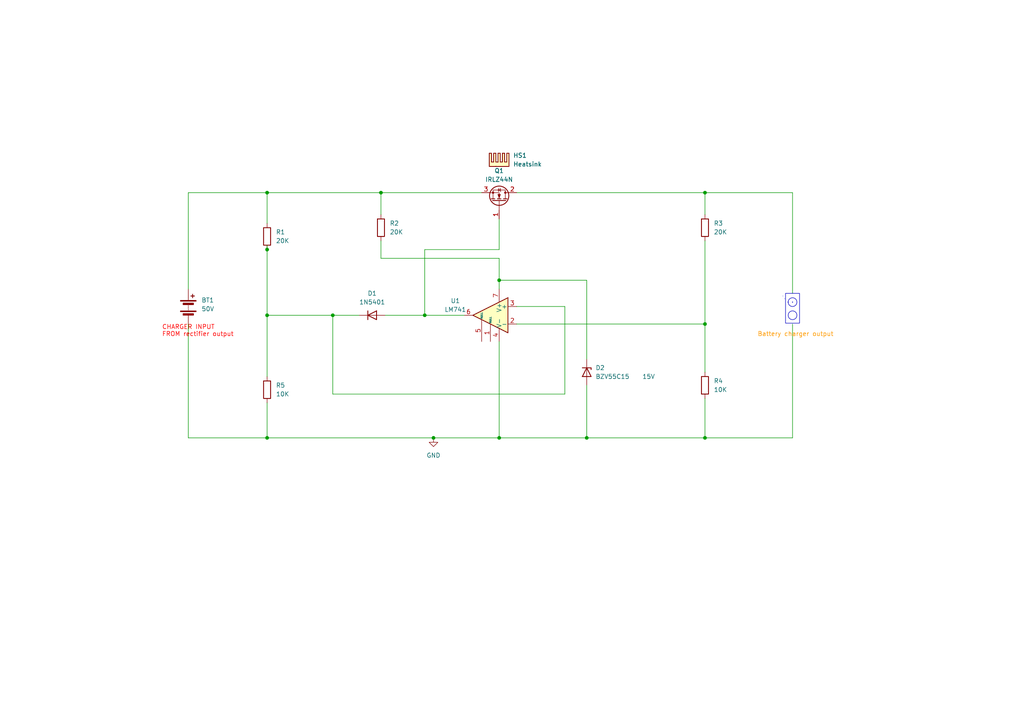
<source format=kicad_sch>
(kicad_sch (version 20230121) (generator eeschema)

  (uuid b4c5ce41-d93d-44a6-9589-e34e4b44aa17)

  (paper "A4")

  (lib_symbols
    (symbol "Amplifier_Operational:LM741" (pin_names (offset 0.127)) (in_bom yes) (on_board yes)
      (property "Reference" "U" (at 0 6.35 0)
        (effects (font (size 1.27 1.27)) (justify left))
      )
      (property "Value" "LM741" (at 0 3.81 0)
        (effects (font (size 1.27 1.27)) (justify left))
      )
      (property "Footprint" "" (at 1.27 1.27 0)
        (effects (font (size 1.27 1.27)) hide)
      )
      (property "Datasheet" "http://www.ti.com/lit/ds/symlink/lm741.pdf" (at 3.81 3.81 0)
        (effects (font (size 1.27 1.27)) hide)
      )
      (property "ki_keywords" "single opamp" (at 0 0 0)
        (effects (font (size 1.27 1.27)) hide)
      )
      (property "ki_description" "Operational Amplifier, DIP-8/TO-99-8" (at 0 0 0)
        (effects (font (size 1.27 1.27)) hide)
      )
      (property "ki_fp_filters" "SOIC*3.9x4.9mm*P1.27mm* DIP*W7.62mm* TSSOP*3x3mm*P0.65mm*" (at 0 0 0)
        (effects (font (size 1.27 1.27)) hide)
      )
      (symbol "LM741_0_1"
        (polyline
          (pts
            (xy -5.08 5.08)
            (xy 5.08 0)
            (xy -5.08 -5.08)
            (xy -5.08 5.08)
          )
          (stroke (width 0.254) (type default))
          (fill (type background))
        )
      )
      (symbol "LM741_1_1"
        (pin input line (at 0 -7.62 90) (length 5.08)
          (name "NULL" (effects (font (size 0.508 0.508))))
          (number "1" (effects (font (size 1.27 1.27))))
        )
        (pin input line (at -7.62 -2.54 0) (length 2.54)
          (name "-" (effects (font (size 1.27 1.27))))
          (number "2" (effects (font (size 1.27 1.27))))
        )
        (pin input line (at -7.62 2.54 0) (length 2.54)
          (name "+" (effects (font (size 1.27 1.27))))
          (number "3" (effects (font (size 1.27 1.27))))
        )
        (pin power_in line (at -2.54 -7.62 90) (length 3.81)
          (name "V-" (effects (font (size 1.27 1.27))))
          (number "4" (effects (font (size 1.27 1.27))))
        )
        (pin input line (at 2.54 -7.62 90) (length 6.35)
          (name "NULL" (effects (font (size 0.508 0.508))))
          (number "5" (effects (font (size 1.27 1.27))))
        )
        (pin output line (at 7.62 0 180) (length 2.54)
          (name "~" (effects (font (size 1.27 1.27))))
          (number "6" (effects (font (size 1.27 1.27))))
        )
        (pin power_in line (at -2.54 7.62 270) (length 3.81)
          (name "V+" (effects (font (size 1.27 1.27))))
          (number "7" (effects (font (size 1.27 1.27))))
        )
        (pin no_connect line (at 0 2.54 270) (length 2.54) hide
          (name "NC" (effects (font (size 1.27 1.27))))
          (number "8" (effects (font (size 1.27 1.27))))
        )
      )
    )
    (symbol "Device:Battery" (pin_numbers hide) (pin_names (offset 0) hide) (in_bom yes) (on_board yes)
      (property "Reference" "BT" (at 2.54 2.54 0)
        (effects (font (size 1.27 1.27)) (justify left))
      )
      (property "Value" "Battery" (at 2.54 0 0)
        (effects (font (size 1.27 1.27)) (justify left))
      )
      (property "Footprint" "" (at 0 1.524 90)
        (effects (font (size 1.27 1.27)) hide)
      )
      (property "Datasheet" "~" (at 0 1.524 90)
        (effects (font (size 1.27 1.27)) hide)
      )
      (property "ki_keywords" "batt voltage-source cell" (at 0 0 0)
        (effects (font (size 1.27 1.27)) hide)
      )
      (property "ki_description" "Multiple-cell battery" (at 0 0 0)
        (effects (font (size 1.27 1.27)) hide)
      )
      (symbol "Battery_0_1"
        (rectangle (start -2.286 -1.27) (end 2.286 -1.524)
          (stroke (width 0) (type default))
          (fill (type outline))
        )
        (rectangle (start -2.286 1.778) (end 2.286 1.524)
          (stroke (width 0) (type default))
          (fill (type outline))
        )
        (rectangle (start -1.524 -2.032) (end 1.524 -2.54)
          (stroke (width 0) (type default))
          (fill (type outline))
        )
        (rectangle (start -1.524 1.016) (end 1.524 0.508)
          (stroke (width 0) (type default))
          (fill (type outline))
        )
        (polyline
          (pts
            (xy 0 -1.016)
            (xy 0 -0.762)
          )
          (stroke (width 0) (type default))
          (fill (type none))
        )
        (polyline
          (pts
            (xy 0 -0.508)
            (xy 0 -0.254)
          )
          (stroke (width 0) (type default))
          (fill (type none))
        )
        (polyline
          (pts
            (xy 0 0)
            (xy 0 0.254)
          )
          (stroke (width 0) (type default))
          (fill (type none))
        )
        (polyline
          (pts
            (xy 0 1.778)
            (xy 0 2.54)
          )
          (stroke (width 0) (type default))
          (fill (type none))
        )
        (polyline
          (pts
            (xy 0.762 3.048)
            (xy 1.778 3.048)
          )
          (stroke (width 0.254) (type default))
          (fill (type none))
        )
        (polyline
          (pts
            (xy 1.27 3.556)
            (xy 1.27 2.54)
          )
          (stroke (width 0.254) (type default))
          (fill (type none))
        )
      )
      (symbol "Battery_1_1"
        (pin passive line (at 0 5.08 270) (length 2.54)
          (name "+" (effects (font (size 1.27 1.27))))
          (number "1" (effects (font (size 1.27 1.27))))
        )
        (pin passive line (at 0 -5.08 90) (length 2.54)
          (name "-" (effects (font (size 1.27 1.27))))
          (number "2" (effects (font (size 1.27 1.27))))
        )
      )
    )
    (symbol "Device:R" (pin_numbers hide) (pin_names (offset 0)) (in_bom yes) (on_board yes)
      (property "Reference" "R" (at 2.032 0 90)
        (effects (font (size 1.27 1.27)))
      )
      (property "Value" "R" (at 0 0 90)
        (effects (font (size 1.27 1.27)))
      )
      (property "Footprint" "" (at -1.778 0 90)
        (effects (font (size 1.27 1.27)) hide)
      )
      (property "Datasheet" "~" (at 0 0 0)
        (effects (font (size 1.27 1.27)) hide)
      )
      (property "ki_keywords" "R res resistor" (at 0 0 0)
        (effects (font (size 1.27 1.27)) hide)
      )
      (property "ki_description" "Resistor" (at 0 0 0)
        (effects (font (size 1.27 1.27)) hide)
      )
      (property "ki_fp_filters" "R_*" (at 0 0 0)
        (effects (font (size 1.27 1.27)) hide)
      )
      (symbol "R_0_1"
        (rectangle (start -1.016 -2.54) (end 1.016 2.54)
          (stroke (width 0.254) (type default))
          (fill (type none))
        )
      )
      (symbol "R_1_1"
        (pin passive line (at 0 3.81 270) (length 1.27)
          (name "~" (effects (font (size 1.27 1.27))))
          (number "1" (effects (font (size 1.27 1.27))))
        )
        (pin passive line (at 0 -3.81 90) (length 1.27)
          (name "~" (effects (font (size 1.27 1.27))))
          (number "2" (effects (font (size 1.27 1.27))))
        )
      )
    )
    (symbol "Diode:1N5401" (pin_numbers hide) (pin_names hide) (in_bom yes) (on_board yes)
      (property "Reference" "D" (at 0 2.54 0)
        (effects (font (size 1.27 1.27)))
      )
      (property "Value" "1N5401" (at 0 -2.54 0)
        (effects (font (size 1.27 1.27)))
      )
      (property "Footprint" "Diode_THT:D_DO-201AD_P15.24mm_Horizontal" (at 0 -4.445 0)
        (effects (font (size 1.27 1.27)) hide)
      )
      (property "Datasheet" "http://www.vishay.com/docs/88516/1n5400.pdf" (at 0 0 0)
        (effects (font (size 1.27 1.27)) hide)
      )
      (property "Sim.Device" "D" (at 0 0 0)
        (effects (font (size 1.27 1.27)) hide)
      )
      (property "Sim.Pins" "1=K 2=A" (at 0 0 0)
        (effects (font (size 1.27 1.27)) hide)
      )
      (property "ki_keywords" "diode" (at 0 0 0)
        (effects (font (size 1.27 1.27)) hide)
      )
      (property "ki_description" "100V 3A General Purpose Rectifier Diode, DO-201AD" (at 0 0 0)
        (effects (font (size 1.27 1.27)) hide)
      )
      (property "ki_fp_filters" "D*DO?201AD*" (at 0 0 0)
        (effects (font (size 1.27 1.27)) hide)
      )
      (symbol "1N5401_0_1"
        (polyline
          (pts
            (xy -1.27 1.27)
            (xy -1.27 -1.27)
          )
          (stroke (width 0.254) (type default))
          (fill (type none))
        )
        (polyline
          (pts
            (xy 1.27 0)
            (xy -1.27 0)
          )
          (stroke (width 0) (type default))
          (fill (type none))
        )
        (polyline
          (pts
            (xy 1.27 1.27)
            (xy 1.27 -1.27)
            (xy -1.27 0)
            (xy 1.27 1.27)
          )
          (stroke (width 0.254) (type default))
          (fill (type none))
        )
      )
      (symbol "1N5401_1_1"
        (pin passive line (at -3.81 0 0) (length 2.54)
          (name "K" (effects (font (size 1.27 1.27))))
          (number "1" (effects (font (size 1.27 1.27))))
        )
        (pin passive line (at 3.81 0 180) (length 2.54)
          (name "A" (effects (font (size 1.27 1.27))))
          (number "2" (effects (font (size 1.27 1.27))))
        )
      )
    )
    (symbol "Diode:BZV55C15" (pin_numbers hide) (pin_names hide) (in_bom yes) (on_board yes)
      (property "Reference" "D" (at 0 2.54 0)
        (effects (font (size 1.27 1.27)))
      )
      (property "Value" "BZV55C15" (at 0 -2.54 0)
        (effects (font (size 1.27 1.27)))
      )
      (property "Footprint" "Diode_SMD:D_MiniMELF" (at 0 -4.445 0)
        (effects (font (size 1.27 1.27)) hide)
      )
      (property "Datasheet" "https://assets.nexperia.com/documents/data-sheet/BZV55_SER.pdf" (at 0 0 0)
        (effects (font (size 1.27 1.27)) hide)
      )
      (property "ki_keywords" "zener diode" (at 0 0 0)
        (effects (font (size 1.27 1.27)) hide)
      )
      (property "ki_description" "15V, 500mW, 5%, Zener diode, MiniMELF" (at 0 0 0)
        (effects (font (size 1.27 1.27)) hide)
      )
      (property "ki_fp_filters" "D*MiniMELF*" (at 0 0 0)
        (effects (font (size 1.27 1.27)) hide)
      )
      (symbol "BZV55C15_0_1"
        (polyline
          (pts
            (xy 1.27 0)
            (xy -1.27 0)
          )
          (stroke (width 0) (type default))
          (fill (type none))
        )
        (polyline
          (pts
            (xy -1.27 -1.27)
            (xy -1.27 1.27)
            (xy -0.762 1.27)
          )
          (stroke (width 0.254) (type default))
          (fill (type none))
        )
        (polyline
          (pts
            (xy 1.27 -1.27)
            (xy 1.27 1.27)
            (xy -1.27 0)
            (xy 1.27 -1.27)
          )
          (stroke (width 0.254) (type default))
          (fill (type none))
        )
      )
      (symbol "BZV55C15_1_1"
        (pin passive line (at -3.81 0 0) (length 2.54)
          (name "K" (effects (font (size 1.27 1.27))))
          (number "1" (effects (font (size 1.27 1.27))))
        )
        (pin passive line (at 3.81 0 180) (length 2.54)
          (name "A" (effects (font (size 1.27 1.27))))
          (number "2" (effects (font (size 1.27 1.27))))
        )
      )
    )
    (symbol "Mechanical:Heatsink" (pin_names (offset 1.016)) (in_bom yes) (on_board yes)
      (property "Reference" "HS" (at 0 5.08 0)
        (effects (font (size 1.27 1.27)))
      )
      (property "Value" "Heatsink" (at 0 -1.27 0)
        (effects (font (size 1.27 1.27)))
      )
      (property "Footprint" "" (at 0.3048 0 0)
        (effects (font (size 1.27 1.27)) hide)
      )
      (property "Datasheet" "~" (at 0.3048 0 0)
        (effects (font (size 1.27 1.27)) hide)
      )
      (property "ki_keywords" "thermal heat temperature" (at 0 0 0)
        (effects (font (size 1.27 1.27)) hide)
      )
      (property "ki_description" "Heatsink" (at 0 0 0)
        (effects (font (size 1.27 1.27)) hide)
      )
      (property "ki_fp_filters" "Heatsink_*" (at 0 0 0)
        (effects (font (size 1.27 1.27)) hide)
      )
      (symbol "Heatsink_0_1"
        (polyline
          (pts
            (xy -0.3302 1.27)
            (xy -0.9652 1.27)
            (xy -0.9652 3.81)
            (xy -1.6002 3.81)
            (xy -1.6002 1.27)
            (xy -2.2352 1.27)
            (xy -2.2352 3.81)
            (xy -2.8702 3.81)
            (xy -2.8702 0)
            (xy -0.9652 0)
          )
          (stroke (width 0.254) (type default))
          (fill (type background))
        )
        (polyline
          (pts
            (xy -0.3302 1.27)
            (xy -0.3302 3.81)
            (xy 0.3048 3.81)
            (xy 0.3048 1.27)
            (xy 0.9398 1.27)
            (xy 0.9398 3.81)
            (xy 1.5748 3.81)
            (xy 1.5748 1.27)
            (xy 2.2098 1.27)
            (xy 2.2098 3.81)
            (xy 2.8448 3.81)
            (xy 2.8448 0)
            (xy -0.9652 0)
          )
          (stroke (width 0.254) (type default))
          (fill (type background))
        )
      )
    )
    (symbol "Transistor_FET:IRLZ44N" (pin_names hide) (in_bom yes) (on_board yes)
      (property "Reference" "Q" (at 6.35 1.905 0)
        (effects (font (size 1.27 1.27)) (justify left))
      )
      (property "Value" "IRLZ44N" (at 6.35 0 0)
        (effects (font (size 1.27 1.27)) (justify left))
      )
      (property "Footprint" "Package_TO_SOT_THT:TO-220-3_Vertical" (at 6.35 -1.905 0)
        (effects (font (size 1.27 1.27) italic) (justify left) hide)
      )
      (property "Datasheet" "http://www.irf.com/product-info/datasheets/data/irlz44n.pdf" (at 0 0 0)
        (effects (font (size 1.27 1.27)) (justify left) hide)
      )
      (property "ki_keywords" "N-Channel HEXFET MOSFET Logic-Level" (at 0 0 0)
        (effects (font (size 1.27 1.27)) hide)
      )
      (property "ki_description" "47A Id, 55V Vds, 22mOhm Rds Single N-Channel HEXFET Power MOSFET, TO-220AB" (at 0 0 0)
        (effects (font (size 1.27 1.27)) hide)
      )
      (property "ki_fp_filters" "TO?220*" (at 0 0 0)
        (effects (font (size 1.27 1.27)) hide)
      )
      (symbol "IRLZ44N_0_1"
        (polyline
          (pts
            (xy 0.254 0)
            (xy -2.54 0)
          )
          (stroke (width 0) (type default))
          (fill (type none))
        )
        (polyline
          (pts
            (xy 0.254 1.905)
            (xy 0.254 -1.905)
          )
          (stroke (width 0.254) (type default))
          (fill (type none))
        )
        (polyline
          (pts
            (xy 0.762 -1.27)
            (xy 0.762 -2.286)
          )
          (stroke (width 0.254) (type default))
          (fill (type none))
        )
        (polyline
          (pts
            (xy 0.762 0.508)
            (xy 0.762 -0.508)
          )
          (stroke (width 0.254) (type default))
          (fill (type none))
        )
        (polyline
          (pts
            (xy 0.762 2.286)
            (xy 0.762 1.27)
          )
          (stroke (width 0.254) (type default))
          (fill (type none))
        )
        (polyline
          (pts
            (xy 2.54 2.54)
            (xy 2.54 1.778)
          )
          (stroke (width 0) (type default))
          (fill (type none))
        )
        (polyline
          (pts
            (xy 2.54 -2.54)
            (xy 2.54 0)
            (xy 0.762 0)
          )
          (stroke (width 0) (type default))
          (fill (type none))
        )
        (polyline
          (pts
            (xy 0.762 -1.778)
            (xy 3.302 -1.778)
            (xy 3.302 1.778)
            (xy 0.762 1.778)
          )
          (stroke (width 0) (type default))
          (fill (type none))
        )
        (polyline
          (pts
            (xy 1.016 0)
            (xy 2.032 0.381)
            (xy 2.032 -0.381)
            (xy 1.016 0)
          )
          (stroke (width 0) (type default))
          (fill (type outline))
        )
        (polyline
          (pts
            (xy 2.794 0.508)
            (xy 2.921 0.381)
            (xy 3.683 0.381)
            (xy 3.81 0.254)
          )
          (stroke (width 0) (type default))
          (fill (type none))
        )
        (polyline
          (pts
            (xy 3.302 0.381)
            (xy 2.921 -0.254)
            (xy 3.683 -0.254)
            (xy 3.302 0.381)
          )
          (stroke (width 0) (type default))
          (fill (type none))
        )
        (circle (center 1.651 0) (radius 2.794)
          (stroke (width 0.254) (type default))
          (fill (type none))
        )
        (circle (center 2.54 -1.778) (radius 0.254)
          (stroke (width 0) (type default))
          (fill (type outline))
        )
        (circle (center 2.54 1.778) (radius 0.254)
          (stroke (width 0) (type default))
          (fill (type outline))
        )
      )
      (symbol "IRLZ44N_1_1"
        (pin input line (at -5.08 0 0) (length 2.54)
          (name "G" (effects (font (size 1.27 1.27))))
          (number "1" (effects (font (size 1.27 1.27))))
        )
        (pin passive line (at 2.54 5.08 270) (length 2.54)
          (name "D" (effects (font (size 1.27 1.27))))
          (number "2" (effects (font (size 1.27 1.27))))
        )
        (pin passive line (at 2.54 -5.08 90) (length 2.54)
          (name "S" (effects (font (size 1.27 1.27))))
          (number "3" (effects (font (size 1.27 1.27))))
        )
      )
    )
    (symbol "power:GND" (power) (pin_names (offset 0)) (in_bom yes) (on_board yes)
      (property "Reference" "#PWR" (at 0 -6.35 0)
        (effects (font (size 1.27 1.27)) hide)
      )
      (property "Value" "GND" (at 0 -3.81 0)
        (effects (font (size 1.27 1.27)))
      )
      (property "Footprint" "" (at 0 0 0)
        (effects (font (size 1.27 1.27)) hide)
      )
      (property "Datasheet" "" (at 0 0 0)
        (effects (font (size 1.27 1.27)) hide)
      )
      (property "ki_keywords" "global power" (at 0 0 0)
        (effects (font (size 1.27 1.27)) hide)
      )
      (property "ki_description" "Power symbol creates a global label with name \"GND\" , ground" (at 0 0 0)
        (effects (font (size 1.27 1.27)) hide)
      )
      (symbol "GND_0_1"
        (polyline
          (pts
            (xy 0 0)
            (xy 0 -1.27)
            (xy 1.27 -1.27)
            (xy 0 -2.54)
            (xy -1.27 -1.27)
            (xy 0 -1.27)
          )
          (stroke (width 0) (type default))
          (fill (type none))
        )
      )
      (symbol "GND_1_1"
        (pin power_in line (at 0 0 270) (length 0) hide
          (name "GND" (effects (font (size 1.27 1.27))))
          (number "1" (effects (font (size 1.27 1.27))))
        )
      )
    )
  )

  (junction (at 204.47 93.98) (diameter 0) (color 0 0 0 0)
    (uuid 13a19e39-a501-412b-b093-1764a202947d)
  )
  (junction (at 144.78 81.28) (diameter 0) (color 0 0 0 0)
    (uuid 2b16c6d8-e2f8-43b4-9857-8dd324db53dd)
  )
  (junction (at 77.47 91.44) (diameter 0) (color 0 0 0 0)
    (uuid 3abbefe4-9522-4d25-b35c-44730be80060)
  )
  (junction (at 204.47 127) (diameter 0) (color 0 0 0 0)
    (uuid 44745ef2-9a90-49db-9b29-1890b9082e5f)
  )
  (junction (at 96.52 91.44) (diameter 0) (color 0 0 0 0)
    (uuid 50262d12-d666-4c90-8d96-26b98c7845f1)
  )
  (junction (at 77.47 55.88) (diameter 0) (color 0 0 0 0)
    (uuid 54b47931-900e-49b6-9f80-c6ac7296b29d)
  )
  (junction (at 123.19 91.44) (diameter 0) (color 0 0 0 0)
    (uuid 88c47db6-22ec-473d-adc5-9790bf38c44e)
  )
  (junction (at 170.18 127) (diameter 0) (color 0 0 0 0)
    (uuid 8dec9554-d112-4e5b-bc35-d40be74cb306)
  )
  (junction (at 144.78 127) (diameter 0) (color 0 0 0 0)
    (uuid 9041262f-16a4-4aa9-96e0-59a8a76ff3c8)
  )
  (junction (at 125.73 127) (diameter 0) (color 0 0 0 0)
    (uuid cc56aa0c-ad9b-4352-8b11-a2f7940e85cb)
  )
  (junction (at 77.47 72.39) (diameter 0) (color 0 0 0 0)
    (uuid e47e8e56-4251-4104-a8cb-f83eb75fe690)
  )
  (junction (at 110.49 55.88) (diameter 0) (color 0 0 0 0)
    (uuid ea83b623-a61f-4658-83c9-6c3d2d46a029)
  )
  (junction (at 204.47 55.88) (diameter 0) (color 0 0 0 0)
    (uuid fb7bb1de-ed3c-4faf-a744-cda922f15678)
  )
  (junction (at 77.47 127) (diameter 0) (color 0 0 0 0)
    (uuid fe5ff53f-eec2-4670-b7d1-2a2c0e8eca6b)
  )

  (wire (pts (xy 77.47 91.44) (xy 77.47 109.22))
    (stroke (width 0) (type default))
    (uuid 066d98f2-2eb9-4718-b36b-15625beec853)
  )
  (wire (pts (xy 77.47 72.39) (xy 77.47 91.44))
    (stroke (width 0) (type default))
    (uuid 1382ca4d-ddc1-4e05-913a-8b4badad638a)
  )
  (wire (pts (xy 170.18 81.28) (xy 144.78 81.28))
    (stroke (width 0) (type default))
    (uuid 20815695-a5d0-4af4-af48-b284f578c231)
  )
  (wire (pts (xy 96.52 91.44) (xy 77.47 91.44))
    (stroke (width 0) (type default))
    (uuid 26f6fd39-db9b-4086-b46a-8bd9fc3ce939)
  )
  (wire (pts (xy 149.86 88.9) (xy 163.83 88.9))
    (stroke (width 0) (type default))
    (uuid 270903a8-9402-48f8-b56d-879d92c3519a)
  )
  (wire (pts (xy 96.52 114.3) (xy 163.83 114.3))
    (stroke (width 0) (type default))
    (uuid 2b0232d9-4b08-400b-b4e3-f5646cbf0293)
  )
  (wire (pts (xy 77.47 64.77) (xy 77.47 55.88))
    (stroke (width 0) (type default))
    (uuid 2bb10282-8160-46ba-a1b2-ab1783ff3cb9)
  )
  (wire (pts (xy 229.87 55.88) (xy 204.47 55.88))
    (stroke (width 0) (type default))
    (uuid 2ff9e6c5-b14e-4d2a-aefd-da7ca5c38342)
  )
  (wire (pts (xy 123.19 72.39) (xy 123.19 91.44))
    (stroke (width 0) (type default))
    (uuid 34224f05-dc69-4f7f-8ad5-5f69276dd78e)
  )
  (wire (pts (xy 144.78 72.39) (xy 123.19 72.39))
    (stroke (width 0) (type default))
    (uuid 37e227c3-71aa-4eb8-860d-f6c6bc8deea8)
  )
  (wire (pts (xy 125.73 127) (xy 144.78 127))
    (stroke (width 0) (type default))
    (uuid 3c62a0ab-f2fe-4b5c-bd0a-3d74b08db8e9)
  )
  (wire (pts (xy 204.47 69.85) (xy 204.47 93.98))
    (stroke (width 0) (type default))
    (uuid 417a774f-4b52-4774-adfd-33675f453401)
  )
  (wire (pts (xy 54.61 55.88) (xy 77.47 55.88))
    (stroke (width 0) (type default))
    (uuid 45045991-24ea-4d66-9652-89a7b7e9b80d)
  )
  (wire (pts (xy 134.62 91.44) (xy 123.19 91.44))
    (stroke (width 0) (type default))
    (uuid 5092601e-2f7c-44bd-b224-1070def097a3)
  )
  (wire (pts (xy 144.78 81.28) (xy 144.78 83.82))
    (stroke (width 0) (type default))
    (uuid 57ee2aad-552b-438d-a7d2-5e04544ee3a7)
  )
  (wire (pts (xy 96.52 114.3) (xy 96.52 91.44))
    (stroke (width 0) (type default))
    (uuid 5a372fd1-61fe-4619-b198-ddf3424c94a7)
  )
  (wire (pts (xy 204.47 93.98) (xy 204.47 107.95))
    (stroke (width 0) (type default))
    (uuid 5cbd3517-005f-4d21-a917-1a2da471b657)
  )
  (wire (pts (xy 229.87 93.98) (xy 229.87 127))
    (stroke (width 0) (type default))
    (uuid 5e6724f2-16bd-40e7-a1b3-9d11615ef9fd)
  )
  (wire (pts (xy 229.87 127) (xy 204.47 127))
    (stroke (width 0) (type default))
    (uuid 690bc857-e5a8-434e-b3f9-6e11d17bd24e)
  )
  (wire (pts (xy 77.47 71.12) (xy 77.47 72.39))
    (stroke (width 0) (type default))
    (uuid 75cbe1b7-df55-45f5-baea-e0a274b366a0)
  )
  (wire (pts (xy 144.78 99.06) (xy 144.78 127))
    (stroke (width 0) (type default))
    (uuid 77cff29f-c43d-4426-a889-e9926177d5a9)
  )
  (wire (pts (xy 104.14 91.44) (xy 96.52 91.44))
    (stroke (width 0) (type default))
    (uuid 85430b7a-3bf8-44c8-b600-94759513baa8)
  )
  (wire (pts (xy 54.61 83.82) (xy 54.61 55.88))
    (stroke (width 0) (type default))
    (uuid 8a739cc7-961f-4671-a7b6-9042b1f0eb8b)
  )
  (wire (pts (xy 170.18 111.76) (xy 170.18 127))
    (stroke (width 0) (type default))
    (uuid 8ff9c240-4365-463f-a182-1d693decba74)
  )
  (wire (pts (xy 77.47 127) (xy 125.73 127))
    (stroke (width 0) (type default))
    (uuid 97e6c070-e1e2-45ea-bcb4-d0ae2b60f002)
  )
  (wire (pts (xy 54.61 127) (xy 77.47 127))
    (stroke (width 0) (type default))
    (uuid a3686cc5-a127-4482-a02a-80368d7fefda)
  )
  (wire (pts (xy 149.86 93.98) (xy 204.47 93.98))
    (stroke (width 0) (type default))
    (uuid a72bf7de-e956-47dd-9f7f-3ad5bf382dae)
  )
  (wire (pts (xy 144.78 63.5) (xy 144.78 72.39))
    (stroke (width 0) (type default))
    (uuid a87e0f2d-1460-4ef0-b7b2-0b24212173ec)
  )
  (wire (pts (xy 110.49 74.93) (xy 144.78 74.93))
    (stroke (width 0) (type default))
    (uuid a8fa4bca-92d9-465c-8514-06a27716b3f6)
  )
  (wire (pts (xy 110.49 62.23) (xy 110.49 55.88))
    (stroke (width 0) (type default))
    (uuid b2948d22-613a-4711-9227-61068a827199)
  )
  (wire (pts (xy 54.61 93.98) (xy 54.61 127))
    (stroke (width 0) (type default))
    (uuid bb333eb3-0651-48a4-b9f2-c123855fac07)
  )
  (wire (pts (xy 204.47 55.88) (xy 204.47 62.23))
    (stroke (width 0) (type default))
    (uuid bc3c1974-ac27-4484-bc02-900e32308494)
  )
  (wire (pts (xy 170.18 127) (xy 204.47 127))
    (stroke (width 0) (type default))
    (uuid bdf9d6de-fddc-4d13-b035-747c8cbfc57e)
  )
  (wire (pts (xy 144.78 127) (xy 170.18 127))
    (stroke (width 0) (type default))
    (uuid be20e2fc-8318-47b1-9998-7812912cdcde)
  )
  (wire (pts (xy 123.19 91.44) (xy 111.76 91.44))
    (stroke (width 0) (type default))
    (uuid c36b34c9-82ba-45fc-9ae6-5b50781d762e)
  )
  (wire (pts (xy 77.47 55.88) (xy 110.49 55.88))
    (stroke (width 0) (type default))
    (uuid c9460668-8c65-40f9-8549-23656b81169d)
  )
  (wire (pts (xy 110.49 69.85) (xy 110.49 74.93))
    (stroke (width 0) (type default))
    (uuid cbe8f438-d796-411d-be55-0a786cdfd1af)
  )
  (wire (pts (xy 149.86 55.88) (xy 204.47 55.88))
    (stroke (width 0) (type default))
    (uuid dfde45ab-822e-4c20-a6c4-59152c39e09a)
  )
  (wire (pts (xy 163.83 88.9) (xy 163.83 114.3))
    (stroke (width 0) (type default))
    (uuid e1ed0c16-663e-4af7-91ad-bb5d298e1f77)
  )
  (wire (pts (xy 144.78 74.93) (xy 144.78 81.28))
    (stroke (width 0) (type default))
    (uuid e21c96f6-0a49-4879-af6d-f0ee915de3c3)
  )
  (wire (pts (xy 229.87 85.09) (xy 229.87 55.88))
    (stroke (width 0) (type default))
    (uuid ed0b69e7-9049-4838-aca6-c425284d2486)
  )
  (wire (pts (xy 170.18 104.14) (xy 170.18 81.28))
    (stroke (width 0) (type default))
    (uuid f3752fe5-e8c4-45d2-812c-bf78ba78971d)
  )
  (wire (pts (xy 77.47 116.84) (xy 77.47 127))
    (stroke (width 0) (type default))
    (uuid faf3f59c-c4e0-4b40-a101-a3ae9f2b638c)
  )
  (wire (pts (xy 204.47 127) (xy 204.47 115.57))
    (stroke (width 0) (type default))
    (uuid fd763757-d6bd-419b-9d65-89027d9bc696)
  )
  (wire (pts (xy 110.49 55.88) (xy 139.7 55.88))
    (stroke (width 0) (type default))
    (uuid ffd6e9fc-2f78-4d5a-89c4-045bc5e5e17c)
  )

  (circle (center 229.87 91.44) (radius 1.27)
    (stroke (width 0) (type default))
    (fill (type none))
    (uuid 0726d2c1-b0ed-4938-a14c-9185e349194c)
  )
  (rectangle (start 227.584 86.614) (end 227.584 86.614)
    (stroke (width 0) (type default))
    (fill (type none))
    (uuid 22b08116-22b5-4e20-a7a1-51c44390a4d6)
  )
  (circle (center 228.6 87.63) (radius 0.0001)
    (stroke (width 0) (type default))
    (fill (type none))
    (uuid 4c21f997-5a74-4247-b1e6-809c2eccde6d)
  )
  (rectangle (start 227.838 85.09) (end 231.902 93.726)
    (stroke (width 0) (type default))
    (fill (type none))
    (uuid 67df8c12-83e2-4655-8ed9-7a5d18a98a33)
  )
  (circle (center 229.87 87.63) (radius 0.0001)
    (stroke (width 0) (type default))
    (fill (type none))
    (uuid 76c16460-33bb-4499-a814-0f9cf9c59327)
  )
  (rectangle (start 227.076 85.852) (end 227.076 85.852)
    (stroke (width 0) (type default))
    (fill (type none))
    (uuid a9c3c9bd-8347-44c5-9786-16120345f3b9)
  )
  (circle (center 229.87 87.63) (radius 1.27)
    (stroke (width 0) (type default))
    (fill (type none))
    (uuid e802e5e0-da33-402d-ad75-befd42229e06)
  )

  (text "CHARGER INPUT\nFROM rectifier output" (at 46.99 97.79 0)
    (effects (font (size 1.27 1.27) (color 255 0 0 1)) (justify left bottom))
    (uuid 7862f25d-45f9-4811-9c04-a6d58f8600c4)
  )
  (text "Battery charger output\n" (at 219.71 97.79 0)
    (effects (font (size 1.27 1.27) (color 255 153 0 1)) (justify left bottom))
    (uuid 7c1cf255-620c-4589-ab3b-b9acdefa733f)
  )

  (symbol (lib_id "Transistor_FET:IRLZ44N") (at 144.78 58.42 270) (mirror x) (unit 1)
    (in_bom yes) (on_board yes) (dnp no)
    (uuid 008fef22-533f-4ce7-b008-ccfd04359124)
    (property "Reference" "Q1" (at 144.78 49.53 90)
      (effects (font (size 1.27 1.27)))
    )
    (property "Value" "IRLZ44N" (at 144.78 52.07 90)
      (effects (font (size 1.27 1.27)))
    )
    (property "Footprint" "Package_TO_SOT_THT:TO-220-3_Vertical" (at 142.875 52.07 0)
      (effects (font (size 1.27 1.27) italic) (justify left) hide)
    )
    (property "Datasheet" "http://www.irf.com/product-info/datasheets/data/irlz44n.pdf" (at 144.78 58.42 0)
      (effects (font (size 1.27 1.27)) (justify left) hide)
    )
    (pin "1" (uuid 47eaec39-9575-40d9-b2a9-44fd41c0d7f5))
    (pin "2" (uuid 8b3536d3-46aa-43db-8faf-aa0da4a1ccc4))
    (pin "3" (uuid 0747259c-f07c-4a75-832f-d904c80a8f90))
    (instances
      (project "tricycle_charger"
        (path "/b4c5ce41-d93d-44a6-9589-e34e4b44aa17"
          (reference "Q1") (unit 1)
        )
      )
    )
  )

  (symbol (lib_id "Device:R") (at 77.47 113.03 0) (unit 1)
    (in_bom yes) (on_board yes) (dnp no) (fields_autoplaced)
    (uuid 077c9e68-5797-43af-9abb-30e74a4ba552)
    (property "Reference" "R5" (at 80.01 111.76 0)
      (effects (font (size 1.27 1.27)) (justify left))
    )
    (property "Value" "10K" (at 80.01 114.3 0)
      (effects (font (size 1.27 1.27)) (justify left))
    )
    (property "Footprint" "OptoDevice:R_LDR_5.0x4.1mm_P3mm_Vertical" (at 75.692 113.03 90)
      (effects (font (size 1.27 1.27)) hide)
    )
    (property "Datasheet" "~" (at 77.47 113.03 0)
      (effects (font (size 1.27 1.27)) hide)
    )
    (pin "1" (uuid 8cdcdf90-1802-4b96-853b-630e3abbdeda))
    (pin "2" (uuid 8b7bef2a-1f63-44c3-ad84-93c5f43b55df))
    (instances
      (project "tricycle_charger"
        (path "/b4c5ce41-d93d-44a6-9589-e34e4b44aa17"
          (reference "R5") (unit 1)
        )
      )
    )
  )

  (symbol (lib_id "Mechanical:Heatsink") (at 144.78 48.26 0) (unit 1)
    (in_bom yes) (on_board yes) (dnp no) (fields_autoplaced)
    (uuid 2a4e313e-ea33-4601-b95a-4810fea5ad51)
    (property "Reference" "HS1" (at 148.844 45.085 0)
      (effects (font (size 1.27 1.27)) (justify left))
    )
    (property "Value" "Heatsink" (at 148.844 47.625 0)
      (effects (font (size 1.27 1.27)) (justify left))
    )
    (property "Footprint" "" (at 145.0848 48.26 0)
      (effects (font (size 1.27 1.27)) hide)
    )
    (property "Datasheet" "~" (at 145.0848 48.26 0)
      (effects (font (size 1.27 1.27)) hide)
    )
    (instances
      (project "tricycle_charger"
        (path "/b4c5ce41-d93d-44a6-9589-e34e4b44aa17"
          (reference "HS1") (unit 1)
        )
      )
    )
  )

  (symbol (lib_id "Device:Battery") (at 54.61 88.9 0) (unit 1)
    (in_bom yes) (on_board yes) (dnp no) (fields_autoplaced)
    (uuid 4201113b-09c5-4108-aec8-6ee680bb7d81)
    (property "Reference" "BT1" (at 58.42 87.0585 0)
      (effects (font (size 1.27 1.27)) (justify left))
    )
    (property "Value" "50V" (at 58.42 89.5985 0)
      (effects (font (size 1.27 1.27)) (justify left))
    )
    (property "Footprint" "" (at 54.61 87.376 90)
      (effects (font (size 1.27 1.27)) hide)
    )
    (property "Datasheet" "~" (at 54.61 87.376 90)
      (effects (font (size 1.27 1.27)) hide)
    )
    (pin "1" (uuid 59ee087e-4f55-49b3-bce3-d1920609f13d))
    (pin "2" (uuid f31e37c1-c6bc-412c-93fe-238acaa73d7c))
    (instances
      (project "tricycle_charger"
        (path "/b4c5ce41-d93d-44a6-9589-e34e4b44aa17"
          (reference "BT1") (unit 1)
        )
      )
    )
  )

  (symbol (lib_id "Device:R") (at 204.47 66.04 0) (unit 1)
    (in_bom yes) (on_board yes) (dnp no) (fields_autoplaced)
    (uuid 5dce6994-b693-47c3-9683-e4fcfe028c7b)
    (property "Reference" "R3" (at 207.01 64.77 0)
      (effects (font (size 1.27 1.27)) (justify left))
    )
    (property "Value" "20K" (at 207.01 67.31 0)
      (effects (font (size 1.27 1.27)) (justify left))
    )
    (property "Footprint" "OptoDevice:R_LDR_5.0x4.1mm_P3mm_Vertical" (at 202.692 66.04 90)
      (effects (font (size 1.27 1.27)) hide)
    )
    (property "Datasheet" "~" (at 204.47 66.04 0)
      (effects (font (size 1.27 1.27)) hide)
    )
    (pin "1" (uuid fcaa9b20-3f1e-4050-bc67-c26b18aa8d19))
    (pin "2" (uuid bf275ecc-2db2-4a5c-a52c-ad2d16eb0c56))
    (instances
      (project "tricycle_charger"
        (path "/b4c5ce41-d93d-44a6-9589-e34e4b44aa17"
          (reference "R3") (unit 1)
        )
      )
    )
  )

  (symbol (lib_id "Amplifier_Operational:LM741") (at 142.24 91.44 0) (mirror y) (unit 1)
    (in_bom yes) (on_board yes) (dnp no)
    (uuid 6f7b170f-5280-46f4-b827-d366137f3f58)
    (property "Reference" "U1" (at 132.08 87.2491 0)
      (effects (font (size 1.27 1.27)))
    )
    (property "Value" "LM741" (at 132.08 89.7891 0)
      (effects (font (size 1.27 1.27)))
    )
    (property "Footprint" "Package_DIP:DIP-8-16_W7.62mm" (at 140.97 90.17 0)
      (effects (font (size 1.27 1.27)) hide)
    )
    (property "Datasheet" "http://www.ti.com/lit/ds/symlink/lm741.pdf" (at 138.43 87.63 0)
      (effects (font (size 1.27 1.27)) hide)
    )
    (pin "1" (uuid f2b25743-21eb-4c6b-95bf-5f4928cc68da))
    (pin "2" (uuid bb2d57b9-ee8c-42f1-831e-0533c811d99e))
    (pin "3" (uuid a6b8e599-ef3d-4bc4-bb4a-6aa1f1c00c13))
    (pin "4" (uuid fa0e6431-e58a-4432-9351-90d7b8cb566b))
    (pin "5" (uuid 76da93a2-424b-4a8f-ad46-d1474b8794e6))
    (pin "6" (uuid 45d0d17b-8091-4c8f-942e-64cf023d861c))
    (pin "7" (uuid 7c1447ba-8f33-4193-a314-ea3121228bd9))
    (pin "8" (uuid 68bece6e-cc27-47d6-a26a-9677cb79ac4a))
    (instances
      (project "tricycle_charger"
        (path "/b4c5ce41-d93d-44a6-9589-e34e4b44aa17"
          (reference "U1") (unit 1)
        )
      )
    )
  )

  (symbol (lib_id "Device:R") (at 110.49 66.04 0) (unit 1)
    (in_bom yes) (on_board yes) (dnp no) (fields_autoplaced)
    (uuid 72403ff4-b048-4f3a-827e-e85845d12d89)
    (property "Reference" "R2" (at 113.03 64.77 0)
      (effects (font (size 1.27 1.27)) (justify left))
    )
    (property "Value" "20K" (at 113.03 67.31 0)
      (effects (font (size 1.27 1.27)) (justify left))
    )
    (property "Footprint" "" (at 108.712 66.04 90)
      (effects (font (size 1.27 1.27)) hide)
    )
    (property "Datasheet" "~" (at 110.49 66.04 0)
      (effects (font (size 1.27 1.27)) hide)
    )
    (pin "1" (uuid 031e5b90-c41b-4e10-b9e1-c75eb314edb6))
    (pin "2" (uuid 6bdae85b-f920-4b1d-88a6-4456da652269))
    (instances
      (project "tricycle_charger"
        (path "/b4c5ce41-d93d-44a6-9589-e34e4b44aa17"
          (reference "R2") (unit 1)
        )
      )
    )
  )

  (symbol (lib_id "Device:R") (at 204.47 111.76 0) (unit 1)
    (in_bom yes) (on_board yes) (dnp no) (fields_autoplaced)
    (uuid 80c0a278-f71f-47b7-ac80-b352ed018e8e)
    (property "Reference" "R4" (at 207.01 110.49 0)
      (effects (font (size 1.27 1.27)) (justify left))
    )
    (property "Value" "10K" (at 207.01 113.03 0)
      (effects (font (size 1.27 1.27)) (justify left))
    )
    (property "Footprint" "OptoDevice:R_LDR_5.0x4.1mm_P3mm_Vertical" (at 202.692 111.76 90)
      (effects (font (size 1.27 1.27)) hide)
    )
    (property "Datasheet" "~" (at 204.47 111.76 0)
      (effects (font (size 1.27 1.27)) hide)
    )
    (pin "1" (uuid 0cd27cc6-f814-486f-afe9-088dab4a4232))
    (pin "2" (uuid e52e38dd-80fd-4f0b-ad85-ccf5f9c5abb1))
    (instances
      (project "tricycle_charger"
        (path "/b4c5ce41-d93d-44a6-9589-e34e4b44aa17"
          (reference "R4") (unit 1)
        )
      )
    )
  )

  (symbol (lib_id "Diode:1N5401") (at 107.95 91.44 0) (unit 1)
    (in_bom yes) (on_board yes) (dnp no) (fields_autoplaced)
    (uuid 84e6ee20-e13e-45f8-be31-2e3694d0ed37)
    (property "Reference" "D1" (at 107.95 85.09 0)
      (effects (font (size 1.27 1.27)))
    )
    (property "Value" "1N5401" (at 107.95 87.63 0)
      (effects (font (size 1.27 1.27)))
    )
    (property "Footprint" "Diode_THT:D_DO-201AD_P15.24mm_Horizontal" (at 107.95 95.885 0)
      (effects (font (size 1.27 1.27)) hide)
    )
    (property "Datasheet" "http://www.vishay.com/docs/88516/1n5400.pdf" (at 107.95 91.44 0)
      (effects (font (size 1.27 1.27)) hide)
    )
    (property "Sim.Device" "D" (at 107.95 91.44 0)
      (effects (font (size 1.27 1.27)) hide)
    )
    (property "Sim.Pins" "1=K 2=A" (at 107.95 91.44 0)
      (effects (font (size 1.27 1.27)) hide)
    )
    (pin "1" (uuid 88a3a15a-f15b-4c56-8669-00013d4e588c))
    (pin "2" (uuid 467229ef-b2bb-4263-b731-757a3c240414))
    (instances
      (project "tricycle_charger"
        (path "/b4c5ce41-d93d-44a6-9589-e34e4b44aa17"
          (reference "D1") (unit 1)
        )
      )
    )
  )

  (symbol (lib_id "Diode:BZV55C15") (at 170.18 107.95 270) (unit 1)
    (in_bom yes) (on_board yes) (dnp no) (fields_autoplaced)
    (uuid 99a8f055-4138-483a-a6c7-b0ba108f507f)
    (property "Reference" "D2" (at 172.72 106.68 90)
      (effects (font (size 1.27 1.27)) (justify left))
    )
    (property "Value" "BZV55C15    15V" (at 172.72 109.22 90)
      (effects (font (size 1.27 1.27)) (justify left))
    )
    (property "Footprint" "Diode_SMD:D_MiniMELF" (at 165.735 107.95 0)
      (effects (font (size 1.27 1.27)) hide)
    )
    (property "Datasheet" "https://assets.nexperia.com/documents/data-sheet/BZV55_SER.pdf" (at 170.18 107.95 0)
      (effects (font (size 1.27 1.27)) hide)
    )
    (pin "1" (uuid b069a797-69da-44a3-916a-80086f44d305))
    (pin "2" (uuid 17cae936-fcf1-4c10-a370-7610ae6f1678))
    (instances
      (project "tricycle_charger"
        (path "/b4c5ce41-d93d-44a6-9589-e34e4b44aa17"
          (reference "D2") (unit 1)
        )
      )
    )
  )

  (symbol (lib_id "power:GND") (at 125.73 127 0) (unit 1)
    (in_bom yes) (on_board yes) (dnp no) (fields_autoplaced)
    (uuid b8936e12-70a8-429f-a89d-88a1b9164c48)
    (property "Reference" "#PWR01" (at 125.73 133.35 0)
      (effects (font (size 1.27 1.27)) hide)
    )
    (property "Value" "GND" (at 125.73 132.08 0)
      (effects (font (size 1.27 1.27)))
    )
    (property "Footprint" "" (at 125.73 127 0)
      (effects (font (size 1.27 1.27)) hide)
    )
    (property "Datasheet" "" (at 125.73 127 0)
      (effects (font (size 1.27 1.27)) hide)
    )
    (pin "1" (uuid 298e4d70-23e8-478b-bc5e-4ea4d41df1fd))
    (instances
      (project "tricycle_charger"
        (path "/b4c5ce41-d93d-44a6-9589-e34e4b44aa17"
          (reference "#PWR01") (unit 1)
        )
      )
    )
  )

  (symbol (lib_id "Device:R") (at 77.47 68.58 0) (unit 1)
    (in_bom yes) (on_board yes) (dnp no) (fields_autoplaced)
    (uuid ed875fa2-1f29-4978-b754-8201c43916ab)
    (property "Reference" "R1" (at 80.01 67.31 0)
      (effects (font (size 1.27 1.27)) (justify left))
    )
    (property "Value" "20K" (at 80.01 69.85 0)
      (effects (font (size 1.27 1.27)) (justify left))
    )
    (property "Footprint" "OptoDevice:R_LDR_5.0x4.1mm_P3mm_Vertical" (at 75.692 68.58 90)
      (effects (font (size 1.27 1.27)) hide)
    )
    (property "Datasheet" "~" (at 77.47 68.58 0)
      (effects (font (size 1.27 1.27)) hide)
    )
    (pin "1" (uuid 022d04b8-5438-4676-94c8-cbdbc0b2c5f6))
    (pin "2" (uuid 0b386fc3-7f7d-4c1d-a999-7310fc485c8c))
    (instances
      (project "tricycle_charger"
        (path "/b4c5ce41-d93d-44a6-9589-e34e4b44aa17"
          (reference "R1") (unit 1)
        )
      )
    )
  )

  (sheet_instances
    (path "/" (page "1"))
  )
)

</source>
